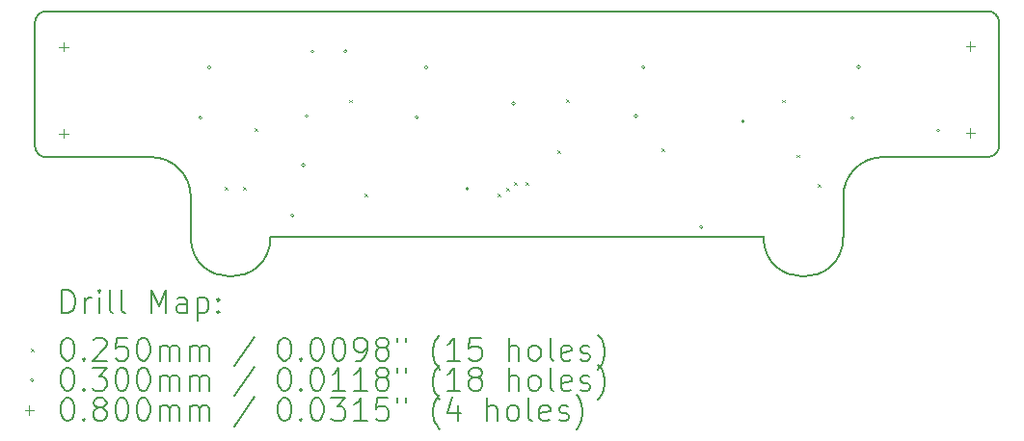
<source format=gbr>
%TF.GenerationSoftware,KiCad,Pcbnew,7.0.1*%
%TF.CreationDate,2023-11-28T21:46:45+01:00*%
%TF.ProjectId,Qtr-8-SN,5174722d-382d-4534-9e2e-6b696361645f,rev?*%
%TF.SameCoordinates,Original*%
%TF.FileFunction,Drillmap*%
%TF.FilePolarity,Positive*%
%FSLAX45Y45*%
G04 Gerber Fmt 4.5, Leading zero omitted, Abs format (unit mm)*
G04 Created by KiCad (PCBNEW 7.0.1) date 2023-11-28 21:46:45*
%MOMM*%
%LPD*%
G01*
G04 APERTURE LIST*
%ADD10C,0.150000*%
%ADD11C,0.200000*%
%ADD12C,0.025000*%
%ADD13C,0.030000*%
%ADD14C,0.080000*%
G04 APERTURE END LIST*
D10*
X5029200Y-12798120D02*
X5029260Y-13280560D01*
X5129200Y-12698120D02*
G75*
G03*
X5029200Y-12798120I0J-100000D01*
G01*
X5129200Y-12698120D02*
X13396760Y-12697120D01*
X12711360Y-13979560D02*
X13396760Y-13979560D01*
X5029260Y-13880560D02*
G75*
G03*
X5129260Y-13980560I100000J0D01*
G01*
X13496760Y-13279560D02*
X13496760Y-13879560D01*
X12477610Y-13979560D02*
G75*
G03*
X12127610Y-14329560I0J-350000D01*
G01*
X6048410Y-13979560D02*
X5814660Y-13979560D01*
X13396760Y-13979560D02*
G75*
G03*
X13496760Y-13879560I0J100000D01*
G01*
X6398410Y-14679560D02*
X6398410Y-14329560D01*
X12711360Y-13979560D02*
X12477610Y-13979560D01*
X6398410Y-14329560D02*
G75*
G03*
X6048410Y-13979560I-350000J0D01*
G01*
X13496760Y-12797120D02*
X13496760Y-13279560D01*
X6398410Y-14679560D02*
G75*
G03*
X7098410Y-14679560I350000J0D01*
G01*
X11427610Y-14679560D02*
X7098410Y-14679560D01*
X5029260Y-13280560D02*
X5029260Y-13880560D01*
X12127610Y-14679560D02*
X12127610Y-14329560D01*
X13496760Y-12797120D02*
G75*
G03*
X13396760Y-12697120I-100000J0D01*
G01*
X5814660Y-13979560D02*
X5129260Y-13980560D01*
X11427610Y-14679560D02*
G75*
G03*
X12127610Y-14679560I350000J0D01*
G01*
D11*
D12*
X6693100Y-14241980D02*
X6718100Y-14266980D01*
X6718100Y-14241980D02*
X6693100Y-14266980D01*
X6860740Y-14241980D02*
X6885740Y-14266980D01*
X6885740Y-14241980D02*
X6860740Y-14266980D01*
X6962340Y-13723820D02*
X6987340Y-13748820D01*
X6987340Y-13723820D02*
X6962340Y-13748820D01*
X7785300Y-13474900D02*
X7810300Y-13499900D01*
X7810300Y-13474900D02*
X7785300Y-13499900D01*
X7927540Y-14304430D02*
X7952540Y-14329430D01*
X7952540Y-14304430D02*
X7927540Y-14329430D01*
X9095940Y-14297860D02*
X9120940Y-14322860D01*
X9120940Y-14297860D02*
X9095940Y-14322860D01*
X9172140Y-14252140D02*
X9197140Y-14277140D01*
X9197140Y-14252140D02*
X9172140Y-14277140D01*
X9238180Y-14196260D02*
X9263180Y-14221260D01*
X9263180Y-14196260D02*
X9238180Y-14221260D01*
X9339780Y-14201340D02*
X9364780Y-14226340D01*
X9364780Y-14201340D02*
X9339780Y-14226340D01*
X9614100Y-13916860D02*
X9639100Y-13941860D01*
X9639100Y-13916860D02*
X9614100Y-13941860D01*
X9695380Y-13469820D02*
X9720380Y-13494820D01*
X9720380Y-13469820D02*
X9695380Y-13494820D01*
X10528500Y-13901620D02*
X10553500Y-13926620D01*
X10553500Y-13901620D02*
X10528500Y-13926620D01*
X11590220Y-13474900D02*
X11615220Y-13499900D01*
X11615220Y-13474900D02*
X11590220Y-13499900D01*
X11717220Y-13957500D02*
X11742220Y-13982500D01*
X11742220Y-13957500D02*
X11717220Y-13982500D01*
X11905180Y-14216580D02*
X11930180Y-14241580D01*
X11930180Y-14216580D02*
X11905180Y-14241580D01*
D13*
X6497080Y-13634720D02*
G75*
G03*
X6497080Y-13634720I-15000J0D01*
G01*
X6575480Y-13190560D02*
G75*
G03*
X6575480Y-13190560I-15000J0D01*
G01*
X7304800Y-14493240D02*
G75*
G03*
X7304800Y-14493240I-15000J0D01*
G01*
X7401320Y-14051280D02*
G75*
G03*
X7401320Y-14051280I-15000J0D01*
G01*
X7431800Y-13619480D02*
G75*
G03*
X7431800Y-13619480I-15000J0D01*
G01*
X7482600Y-13050520D02*
G75*
G03*
X7482600Y-13050520I-15000J0D01*
G01*
X7772160Y-13050520D02*
G75*
G03*
X7772160Y-13050520I-15000J0D01*
G01*
X8397000Y-13629640D02*
G75*
G03*
X8397000Y-13629640I-15000J0D01*
G01*
X8480480Y-13190560D02*
G75*
G03*
X8480480Y-13190560I-15000J0D01*
G01*
X8840560Y-14259560D02*
G75*
G03*
X8840560Y-14259560I-15000J0D01*
G01*
X9247960Y-13507720D02*
G75*
G03*
X9247960Y-13507720I-15000J0D01*
G01*
X10322320Y-13619480D02*
G75*
G03*
X10322320Y-13619480I-15000J0D01*
G01*
X10386580Y-13189460D02*
G75*
G03*
X10386580Y-13189460I-15000J0D01*
G01*
X10896360Y-14594840D02*
G75*
G03*
X10896360Y-14594840I-15000J0D01*
G01*
X11262120Y-13665200D02*
G75*
G03*
X11262120Y-13665200I-15000J0D01*
G01*
X12222240Y-13634720D02*
G75*
G03*
X12222240Y-13634720I-15000J0D01*
G01*
X12278120Y-13187680D02*
G75*
G03*
X12278120Y-13187680I-15000J0D01*
G01*
X12976680Y-13746480D02*
G75*
G03*
X12976680Y-13746480I-15000J0D01*
G01*
D14*
X5283200Y-12969880D02*
X5283200Y-13049880D01*
X5243200Y-13009880D02*
X5323200Y-13009880D01*
X5283200Y-13731880D02*
X5283200Y-13811880D01*
X5243200Y-13771880D02*
X5323200Y-13771880D01*
X13243560Y-12964800D02*
X13243560Y-13044800D01*
X13203560Y-13004800D02*
X13283560Y-13004800D01*
X13243560Y-13726800D02*
X13243560Y-13806800D01*
X13203560Y-13766800D02*
X13283560Y-13766800D01*
D11*
X5269319Y-15349584D02*
X5269319Y-15149584D01*
X5269319Y-15149584D02*
X5316938Y-15149584D01*
X5316938Y-15149584D02*
X5345510Y-15159108D01*
X5345510Y-15159108D02*
X5364557Y-15178155D01*
X5364557Y-15178155D02*
X5374081Y-15197203D01*
X5374081Y-15197203D02*
X5383605Y-15235298D01*
X5383605Y-15235298D02*
X5383605Y-15263869D01*
X5383605Y-15263869D02*
X5374081Y-15301965D01*
X5374081Y-15301965D02*
X5364557Y-15321012D01*
X5364557Y-15321012D02*
X5345510Y-15340060D01*
X5345510Y-15340060D02*
X5316938Y-15349584D01*
X5316938Y-15349584D02*
X5269319Y-15349584D01*
X5469319Y-15349584D02*
X5469319Y-15216250D01*
X5469319Y-15254346D02*
X5478843Y-15235298D01*
X5478843Y-15235298D02*
X5488367Y-15225774D01*
X5488367Y-15225774D02*
X5507414Y-15216250D01*
X5507414Y-15216250D02*
X5526462Y-15216250D01*
X5593128Y-15349584D02*
X5593128Y-15216250D01*
X5593128Y-15149584D02*
X5583605Y-15159108D01*
X5583605Y-15159108D02*
X5593128Y-15168631D01*
X5593128Y-15168631D02*
X5602652Y-15159108D01*
X5602652Y-15159108D02*
X5593128Y-15149584D01*
X5593128Y-15149584D02*
X5593128Y-15168631D01*
X5716938Y-15349584D02*
X5697890Y-15340060D01*
X5697890Y-15340060D02*
X5688367Y-15321012D01*
X5688367Y-15321012D02*
X5688367Y-15149584D01*
X5821700Y-15349584D02*
X5802652Y-15340060D01*
X5802652Y-15340060D02*
X5793128Y-15321012D01*
X5793128Y-15321012D02*
X5793128Y-15149584D01*
X6050271Y-15349584D02*
X6050271Y-15149584D01*
X6050271Y-15149584D02*
X6116938Y-15292441D01*
X6116938Y-15292441D02*
X6183605Y-15149584D01*
X6183605Y-15149584D02*
X6183605Y-15349584D01*
X6364557Y-15349584D02*
X6364557Y-15244822D01*
X6364557Y-15244822D02*
X6355033Y-15225774D01*
X6355033Y-15225774D02*
X6335986Y-15216250D01*
X6335986Y-15216250D02*
X6297890Y-15216250D01*
X6297890Y-15216250D02*
X6278843Y-15225774D01*
X6364557Y-15340060D02*
X6345509Y-15349584D01*
X6345509Y-15349584D02*
X6297890Y-15349584D01*
X6297890Y-15349584D02*
X6278843Y-15340060D01*
X6278843Y-15340060D02*
X6269319Y-15321012D01*
X6269319Y-15321012D02*
X6269319Y-15301965D01*
X6269319Y-15301965D02*
X6278843Y-15282917D01*
X6278843Y-15282917D02*
X6297890Y-15273393D01*
X6297890Y-15273393D02*
X6345509Y-15273393D01*
X6345509Y-15273393D02*
X6364557Y-15263869D01*
X6459795Y-15216250D02*
X6459795Y-15416250D01*
X6459795Y-15225774D02*
X6478843Y-15216250D01*
X6478843Y-15216250D02*
X6516938Y-15216250D01*
X6516938Y-15216250D02*
X6535986Y-15225774D01*
X6535986Y-15225774D02*
X6545509Y-15235298D01*
X6545509Y-15235298D02*
X6555033Y-15254346D01*
X6555033Y-15254346D02*
X6555033Y-15311488D01*
X6555033Y-15311488D02*
X6545509Y-15330536D01*
X6545509Y-15330536D02*
X6535986Y-15340060D01*
X6535986Y-15340060D02*
X6516938Y-15349584D01*
X6516938Y-15349584D02*
X6478843Y-15349584D01*
X6478843Y-15349584D02*
X6459795Y-15340060D01*
X6640748Y-15330536D02*
X6650271Y-15340060D01*
X6650271Y-15340060D02*
X6640748Y-15349584D01*
X6640748Y-15349584D02*
X6631224Y-15340060D01*
X6631224Y-15340060D02*
X6640748Y-15330536D01*
X6640748Y-15330536D02*
X6640748Y-15349584D01*
X6640748Y-15225774D02*
X6650271Y-15235298D01*
X6650271Y-15235298D02*
X6640748Y-15244822D01*
X6640748Y-15244822D02*
X6631224Y-15235298D01*
X6631224Y-15235298D02*
X6640748Y-15225774D01*
X6640748Y-15225774D02*
X6640748Y-15244822D01*
D12*
X4996700Y-15664560D02*
X5021700Y-15689560D01*
X5021700Y-15664560D02*
X4996700Y-15689560D01*
D11*
X5307414Y-15569584D02*
X5326462Y-15569584D01*
X5326462Y-15569584D02*
X5345510Y-15579108D01*
X5345510Y-15579108D02*
X5355033Y-15588631D01*
X5355033Y-15588631D02*
X5364557Y-15607679D01*
X5364557Y-15607679D02*
X5374081Y-15645774D01*
X5374081Y-15645774D02*
X5374081Y-15693393D01*
X5374081Y-15693393D02*
X5364557Y-15731488D01*
X5364557Y-15731488D02*
X5355033Y-15750536D01*
X5355033Y-15750536D02*
X5345510Y-15760060D01*
X5345510Y-15760060D02*
X5326462Y-15769584D01*
X5326462Y-15769584D02*
X5307414Y-15769584D01*
X5307414Y-15769584D02*
X5288367Y-15760060D01*
X5288367Y-15760060D02*
X5278843Y-15750536D01*
X5278843Y-15750536D02*
X5269319Y-15731488D01*
X5269319Y-15731488D02*
X5259795Y-15693393D01*
X5259795Y-15693393D02*
X5259795Y-15645774D01*
X5259795Y-15645774D02*
X5269319Y-15607679D01*
X5269319Y-15607679D02*
X5278843Y-15588631D01*
X5278843Y-15588631D02*
X5288367Y-15579108D01*
X5288367Y-15579108D02*
X5307414Y-15569584D01*
X5459795Y-15750536D02*
X5469319Y-15760060D01*
X5469319Y-15760060D02*
X5459795Y-15769584D01*
X5459795Y-15769584D02*
X5450271Y-15760060D01*
X5450271Y-15760060D02*
X5459795Y-15750536D01*
X5459795Y-15750536D02*
X5459795Y-15769584D01*
X5545510Y-15588631D02*
X5555033Y-15579108D01*
X5555033Y-15579108D02*
X5574081Y-15569584D01*
X5574081Y-15569584D02*
X5621700Y-15569584D01*
X5621700Y-15569584D02*
X5640748Y-15579108D01*
X5640748Y-15579108D02*
X5650271Y-15588631D01*
X5650271Y-15588631D02*
X5659795Y-15607679D01*
X5659795Y-15607679D02*
X5659795Y-15626727D01*
X5659795Y-15626727D02*
X5650271Y-15655298D01*
X5650271Y-15655298D02*
X5535986Y-15769584D01*
X5535986Y-15769584D02*
X5659795Y-15769584D01*
X5840748Y-15569584D02*
X5745509Y-15569584D01*
X5745509Y-15569584D02*
X5735986Y-15664822D01*
X5735986Y-15664822D02*
X5745509Y-15655298D01*
X5745509Y-15655298D02*
X5764557Y-15645774D01*
X5764557Y-15645774D02*
X5812176Y-15645774D01*
X5812176Y-15645774D02*
X5831224Y-15655298D01*
X5831224Y-15655298D02*
X5840748Y-15664822D01*
X5840748Y-15664822D02*
X5850271Y-15683869D01*
X5850271Y-15683869D02*
X5850271Y-15731488D01*
X5850271Y-15731488D02*
X5840748Y-15750536D01*
X5840748Y-15750536D02*
X5831224Y-15760060D01*
X5831224Y-15760060D02*
X5812176Y-15769584D01*
X5812176Y-15769584D02*
X5764557Y-15769584D01*
X5764557Y-15769584D02*
X5745509Y-15760060D01*
X5745509Y-15760060D02*
X5735986Y-15750536D01*
X5974081Y-15569584D02*
X5993129Y-15569584D01*
X5993129Y-15569584D02*
X6012176Y-15579108D01*
X6012176Y-15579108D02*
X6021700Y-15588631D01*
X6021700Y-15588631D02*
X6031224Y-15607679D01*
X6031224Y-15607679D02*
X6040748Y-15645774D01*
X6040748Y-15645774D02*
X6040748Y-15693393D01*
X6040748Y-15693393D02*
X6031224Y-15731488D01*
X6031224Y-15731488D02*
X6021700Y-15750536D01*
X6021700Y-15750536D02*
X6012176Y-15760060D01*
X6012176Y-15760060D02*
X5993129Y-15769584D01*
X5993129Y-15769584D02*
X5974081Y-15769584D01*
X5974081Y-15769584D02*
X5955033Y-15760060D01*
X5955033Y-15760060D02*
X5945509Y-15750536D01*
X5945509Y-15750536D02*
X5935986Y-15731488D01*
X5935986Y-15731488D02*
X5926462Y-15693393D01*
X5926462Y-15693393D02*
X5926462Y-15645774D01*
X5926462Y-15645774D02*
X5935986Y-15607679D01*
X5935986Y-15607679D02*
X5945509Y-15588631D01*
X5945509Y-15588631D02*
X5955033Y-15579108D01*
X5955033Y-15579108D02*
X5974081Y-15569584D01*
X6126462Y-15769584D02*
X6126462Y-15636250D01*
X6126462Y-15655298D02*
X6135986Y-15645774D01*
X6135986Y-15645774D02*
X6155033Y-15636250D01*
X6155033Y-15636250D02*
X6183605Y-15636250D01*
X6183605Y-15636250D02*
X6202652Y-15645774D01*
X6202652Y-15645774D02*
X6212176Y-15664822D01*
X6212176Y-15664822D02*
X6212176Y-15769584D01*
X6212176Y-15664822D02*
X6221700Y-15645774D01*
X6221700Y-15645774D02*
X6240748Y-15636250D01*
X6240748Y-15636250D02*
X6269319Y-15636250D01*
X6269319Y-15636250D02*
X6288367Y-15645774D01*
X6288367Y-15645774D02*
X6297890Y-15664822D01*
X6297890Y-15664822D02*
X6297890Y-15769584D01*
X6393129Y-15769584D02*
X6393129Y-15636250D01*
X6393129Y-15655298D02*
X6402652Y-15645774D01*
X6402652Y-15645774D02*
X6421700Y-15636250D01*
X6421700Y-15636250D02*
X6450271Y-15636250D01*
X6450271Y-15636250D02*
X6469319Y-15645774D01*
X6469319Y-15645774D02*
X6478843Y-15664822D01*
X6478843Y-15664822D02*
X6478843Y-15769584D01*
X6478843Y-15664822D02*
X6488367Y-15645774D01*
X6488367Y-15645774D02*
X6507414Y-15636250D01*
X6507414Y-15636250D02*
X6535986Y-15636250D01*
X6535986Y-15636250D02*
X6555033Y-15645774D01*
X6555033Y-15645774D02*
X6564557Y-15664822D01*
X6564557Y-15664822D02*
X6564557Y-15769584D01*
X6955033Y-15560060D02*
X6783605Y-15817203D01*
X7212176Y-15569584D02*
X7231224Y-15569584D01*
X7231224Y-15569584D02*
X7250272Y-15579108D01*
X7250272Y-15579108D02*
X7259795Y-15588631D01*
X7259795Y-15588631D02*
X7269319Y-15607679D01*
X7269319Y-15607679D02*
X7278843Y-15645774D01*
X7278843Y-15645774D02*
X7278843Y-15693393D01*
X7278843Y-15693393D02*
X7269319Y-15731488D01*
X7269319Y-15731488D02*
X7259795Y-15750536D01*
X7259795Y-15750536D02*
X7250272Y-15760060D01*
X7250272Y-15760060D02*
X7231224Y-15769584D01*
X7231224Y-15769584D02*
X7212176Y-15769584D01*
X7212176Y-15769584D02*
X7193129Y-15760060D01*
X7193129Y-15760060D02*
X7183605Y-15750536D01*
X7183605Y-15750536D02*
X7174081Y-15731488D01*
X7174081Y-15731488D02*
X7164557Y-15693393D01*
X7164557Y-15693393D02*
X7164557Y-15645774D01*
X7164557Y-15645774D02*
X7174081Y-15607679D01*
X7174081Y-15607679D02*
X7183605Y-15588631D01*
X7183605Y-15588631D02*
X7193129Y-15579108D01*
X7193129Y-15579108D02*
X7212176Y-15569584D01*
X7364557Y-15750536D02*
X7374081Y-15760060D01*
X7374081Y-15760060D02*
X7364557Y-15769584D01*
X7364557Y-15769584D02*
X7355033Y-15760060D01*
X7355033Y-15760060D02*
X7364557Y-15750536D01*
X7364557Y-15750536D02*
X7364557Y-15769584D01*
X7497891Y-15569584D02*
X7516938Y-15569584D01*
X7516938Y-15569584D02*
X7535986Y-15579108D01*
X7535986Y-15579108D02*
X7545510Y-15588631D01*
X7545510Y-15588631D02*
X7555033Y-15607679D01*
X7555033Y-15607679D02*
X7564557Y-15645774D01*
X7564557Y-15645774D02*
X7564557Y-15693393D01*
X7564557Y-15693393D02*
X7555033Y-15731488D01*
X7555033Y-15731488D02*
X7545510Y-15750536D01*
X7545510Y-15750536D02*
X7535986Y-15760060D01*
X7535986Y-15760060D02*
X7516938Y-15769584D01*
X7516938Y-15769584D02*
X7497891Y-15769584D01*
X7497891Y-15769584D02*
X7478843Y-15760060D01*
X7478843Y-15760060D02*
X7469319Y-15750536D01*
X7469319Y-15750536D02*
X7459795Y-15731488D01*
X7459795Y-15731488D02*
X7450272Y-15693393D01*
X7450272Y-15693393D02*
X7450272Y-15645774D01*
X7450272Y-15645774D02*
X7459795Y-15607679D01*
X7459795Y-15607679D02*
X7469319Y-15588631D01*
X7469319Y-15588631D02*
X7478843Y-15579108D01*
X7478843Y-15579108D02*
X7497891Y-15569584D01*
X7688367Y-15569584D02*
X7707414Y-15569584D01*
X7707414Y-15569584D02*
X7726462Y-15579108D01*
X7726462Y-15579108D02*
X7735986Y-15588631D01*
X7735986Y-15588631D02*
X7745510Y-15607679D01*
X7745510Y-15607679D02*
X7755033Y-15645774D01*
X7755033Y-15645774D02*
X7755033Y-15693393D01*
X7755033Y-15693393D02*
X7745510Y-15731488D01*
X7745510Y-15731488D02*
X7735986Y-15750536D01*
X7735986Y-15750536D02*
X7726462Y-15760060D01*
X7726462Y-15760060D02*
X7707414Y-15769584D01*
X7707414Y-15769584D02*
X7688367Y-15769584D01*
X7688367Y-15769584D02*
X7669319Y-15760060D01*
X7669319Y-15760060D02*
X7659795Y-15750536D01*
X7659795Y-15750536D02*
X7650272Y-15731488D01*
X7650272Y-15731488D02*
X7640748Y-15693393D01*
X7640748Y-15693393D02*
X7640748Y-15645774D01*
X7640748Y-15645774D02*
X7650272Y-15607679D01*
X7650272Y-15607679D02*
X7659795Y-15588631D01*
X7659795Y-15588631D02*
X7669319Y-15579108D01*
X7669319Y-15579108D02*
X7688367Y-15569584D01*
X7850272Y-15769584D02*
X7888367Y-15769584D01*
X7888367Y-15769584D02*
X7907414Y-15760060D01*
X7907414Y-15760060D02*
X7916938Y-15750536D01*
X7916938Y-15750536D02*
X7935986Y-15721965D01*
X7935986Y-15721965D02*
X7945510Y-15683869D01*
X7945510Y-15683869D02*
X7945510Y-15607679D01*
X7945510Y-15607679D02*
X7935986Y-15588631D01*
X7935986Y-15588631D02*
X7926462Y-15579108D01*
X7926462Y-15579108D02*
X7907414Y-15569584D01*
X7907414Y-15569584D02*
X7869319Y-15569584D01*
X7869319Y-15569584D02*
X7850272Y-15579108D01*
X7850272Y-15579108D02*
X7840748Y-15588631D01*
X7840748Y-15588631D02*
X7831224Y-15607679D01*
X7831224Y-15607679D02*
X7831224Y-15655298D01*
X7831224Y-15655298D02*
X7840748Y-15674346D01*
X7840748Y-15674346D02*
X7850272Y-15683869D01*
X7850272Y-15683869D02*
X7869319Y-15693393D01*
X7869319Y-15693393D02*
X7907414Y-15693393D01*
X7907414Y-15693393D02*
X7926462Y-15683869D01*
X7926462Y-15683869D02*
X7935986Y-15674346D01*
X7935986Y-15674346D02*
X7945510Y-15655298D01*
X8059795Y-15655298D02*
X8040748Y-15645774D01*
X8040748Y-15645774D02*
X8031224Y-15636250D01*
X8031224Y-15636250D02*
X8021700Y-15617203D01*
X8021700Y-15617203D02*
X8021700Y-15607679D01*
X8021700Y-15607679D02*
X8031224Y-15588631D01*
X8031224Y-15588631D02*
X8040748Y-15579108D01*
X8040748Y-15579108D02*
X8059795Y-15569584D01*
X8059795Y-15569584D02*
X8097891Y-15569584D01*
X8097891Y-15569584D02*
X8116938Y-15579108D01*
X8116938Y-15579108D02*
X8126462Y-15588631D01*
X8126462Y-15588631D02*
X8135986Y-15607679D01*
X8135986Y-15607679D02*
X8135986Y-15617203D01*
X8135986Y-15617203D02*
X8126462Y-15636250D01*
X8126462Y-15636250D02*
X8116938Y-15645774D01*
X8116938Y-15645774D02*
X8097891Y-15655298D01*
X8097891Y-15655298D02*
X8059795Y-15655298D01*
X8059795Y-15655298D02*
X8040748Y-15664822D01*
X8040748Y-15664822D02*
X8031224Y-15674346D01*
X8031224Y-15674346D02*
X8021700Y-15693393D01*
X8021700Y-15693393D02*
X8021700Y-15731488D01*
X8021700Y-15731488D02*
X8031224Y-15750536D01*
X8031224Y-15750536D02*
X8040748Y-15760060D01*
X8040748Y-15760060D02*
X8059795Y-15769584D01*
X8059795Y-15769584D02*
X8097891Y-15769584D01*
X8097891Y-15769584D02*
X8116938Y-15760060D01*
X8116938Y-15760060D02*
X8126462Y-15750536D01*
X8126462Y-15750536D02*
X8135986Y-15731488D01*
X8135986Y-15731488D02*
X8135986Y-15693393D01*
X8135986Y-15693393D02*
X8126462Y-15674346D01*
X8126462Y-15674346D02*
X8116938Y-15664822D01*
X8116938Y-15664822D02*
X8097891Y-15655298D01*
X8212176Y-15569584D02*
X8212176Y-15607679D01*
X8288367Y-15569584D02*
X8288367Y-15607679D01*
X8583605Y-15845774D02*
X8574081Y-15836250D01*
X8574081Y-15836250D02*
X8555034Y-15807679D01*
X8555034Y-15807679D02*
X8545510Y-15788631D01*
X8545510Y-15788631D02*
X8535986Y-15760060D01*
X8535986Y-15760060D02*
X8526462Y-15712441D01*
X8526462Y-15712441D02*
X8526462Y-15674346D01*
X8526462Y-15674346D02*
X8535986Y-15626727D01*
X8535986Y-15626727D02*
X8545510Y-15598155D01*
X8545510Y-15598155D02*
X8555034Y-15579108D01*
X8555034Y-15579108D02*
X8574081Y-15550536D01*
X8574081Y-15550536D02*
X8583605Y-15541012D01*
X8764557Y-15769584D02*
X8650272Y-15769584D01*
X8707415Y-15769584D02*
X8707415Y-15569584D01*
X8707415Y-15569584D02*
X8688367Y-15598155D01*
X8688367Y-15598155D02*
X8669319Y-15617203D01*
X8669319Y-15617203D02*
X8650272Y-15626727D01*
X8945510Y-15569584D02*
X8850272Y-15569584D01*
X8850272Y-15569584D02*
X8840748Y-15664822D01*
X8840748Y-15664822D02*
X8850272Y-15655298D01*
X8850272Y-15655298D02*
X8869319Y-15645774D01*
X8869319Y-15645774D02*
X8916938Y-15645774D01*
X8916938Y-15645774D02*
X8935986Y-15655298D01*
X8935986Y-15655298D02*
X8945510Y-15664822D01*
X8945510Y-15664822D02*
X8955034Y-15683869D01*
X8955034Y-15683869D02*
X8955034Y-15731488D01*
X8955034Y-15731488D02*
X8945510Y-15750536D01*
X8945510Y-15750536D02*
X8935986Y-15760060D01*
X8935986Y-15760060D02*
X8916938Y-15769584D01*
X8916938Y-15769584D02*
X8869319Y-15769584D01*
X8869319Y-15769584D02*
X8850272Y-15760060D01*
X8850272Y-15760060D02*
X8840748Y-15750536D01*
X9193129Y-15769584D02*
X9193129Y-15569584D01*
X9278843Y-15769584D02*
X9278843Y-15664822D01*
X9278843Y-15664822D02*
X9269319Y-15645774D01*
X9269319Y-15645774D02*
X9250272Y-15636250D01*
X9250272Y-15636250D02*
X9221700Y-15636250D01*
X9221700Y-15636250D02*
X9202653Y-15645774D01*
X9202653Y-15645774D02*
X9193129Y-15655298D01*
X9402653Y-15769584D02*
X9383605Y-15760060D01*
X9383605Y-15760060D02*
X9374081Y-15750536D01*
X9374081Y-15750536D02*
X9364558Y-15731488D01*
X9364558Y-15731488D02*
X9364558Y-15674346D01*
X9364558Y-15674346D02*
X9374081Y-15655298D01*
X9374081Y-15655298D02*
X9383605Y-15645774D01*
X9383605Y-15645774D02*
X9402653Y-15636250D01*
X9402653Y-15636250D02*
X9431224Y-15636250D01*
X9431224Y-15636250D02*
X9450272Y-15645774D01*
X9450272Y-15645774D02*
X9459796Y-15655298D01*
X9459796Y-15655298D02*
X9469319Y-15674346D01*
X9469319Y-15674346D02*
X9469319Y-15731488D01*
X9469319Y-15731488D02*
X9459796Y-15750536D01*
X9459796Y-15750536D02*
X9450272Y-15760060D01*
X9450272Y-15760060D02*
X9431224Y-15769584D01*
X9431224Y-15769584D02*
X9402653Y-15769584D01*
X9583605Y-15769584D02*
X9564558Y-15760060D01*
X9564558Y-15760060D02*
X9555034Y-15741012D01*
X9555034Y-15741012D02*
X9555034Y-15569584D01*
X9735986Y-15760060D02*
X9716939Y-15769584D01*
X9716939Y-15769584D02*
X9678843Y-15769584D01*
X9678843Y-15769584D02*
X9659796Y-15760060D01*
X9659796Y-15760060D02*
X9650272Y-15741012D01*
X9650272Y-15741012D02*
X9650272Y-15664822D01*
X9650272Y-15664822D02*
X9659796Y-15645774D01*
X9659796Y-15645774D02*
X9678843Y-15636250D01*
X9678843Y-15636250D02*
X9716939Y-15636250D01*
X9716939Y-15636250D02*
X9735986Y-15645774D01*
X9735986Y-15645774D02*
X9745510Y-15664822D01*
X9745510Y-15664822D02*
X9745510Y-15683869D01*
X9745510Y-15683869D02*
X9650272Y-15702917D01*
X9821700Y-15760060D02*
X9840748Y-15769584D01*
X9840748Y-15769584D02*
X9878843Y-15769584D01*
X9878843Y-15769584D02*
X9897891Y-15760060D01*
X9897891Y-15760060D02*
X9907415Y-15741012D01*
X9907415Y-15741012D02*
X9907415Y-15731488D01*
X9907415Y-15731488D02*
X9897891Y-15712441D01*
X9897891Y-15712441D02*
X9878843Y-15702917D01*
X9878843Y-15702917D02*
X9850272Y-15702917D01*
X9850272Y-15702917D02*
X9831224Y-15693393D01*
X9831224Y-15693393D02*
X9821700Y-15674346D01*
X9821700Y-15674346D02*
X9821700Y-15664822D01*
X9821700Y-15664822D02*
X9831224Y-15645774D01*
X9831224Y-15645774D02*
X9850272Y-15636250D01*
X9850272Y-15636250D02*
X9878843Y-15636250D01*
X9878843Y-15636250D02*
X9897891Y-15645774D01*
X9974081Y-15845774D02*
X9983605Y-15836250D01*
X9983605Y-15836250D02*
X10002653Y-15807679D01*
X10002653Y-15807679D02*
X10012177Y-15788631D01*
X10012177Y-15788631D02*
X10021700Y-15760060D01*
X10021700Y-15760060D02*
X10031224Y-15712441D01*
X10031224Y-15712441D02*
X10031224Y-15674346D01*
X10031224Y-15674346D02*
X10021700Y-15626727D01*
X10021700Y-15626727D02*
X10012177Y-15598155D01*
X10012177Y-15598155D02*
X10002653Y-15579108D01*
X10002653Y-15579108D02*
X9983605Y-15550536D01*
X9983605Y-15550536D02*
X9974081Y-15541012D01*
D13*
X5021700Y-15941060D02*
G75*
G03*
X5021700Y-15941060I-15000J0D01*
G01*
D11*
X5307414Y-15833584D02*
X5326462Y-15833584D01*
X5326462Y-15833584D02*
X5345510Y-15843108D01*
X5345510Y-15843108D02*
X5355033Y-15852631D01*
X5355033Y-15852631D02*
X5364557Y-15871679D01*
X5364557Y-15871679D02*
X5374081Y-15909774D01*
X5374081Y-15909774D02*
X5374081Y-15957393D01*
X5374081Y-15957393D02*
X5364557Y-15995488D01*
X5364557Y-15995488D02*
X5355033Y-16014536D01*
X5355033Y-16014536D02*
X5345510Y-16024060D01*
X5345510Y-16024060D02*
X5326462Y-16033584D01*
X5326462Y-16033584D02*
X5307414Y-16033584D01*
X5307414Y-16033584D02*
X5288367Y-16024060D01*
X5288367Y-16024060D02*
X5278843Y-16014536D01*
X5278843Y-16014536D02*
X5269319Y-15995488D01*
X5269319Y-15995488D02*
X5259795Y-15957393D01*
X5259795Y-15957393D02*
X5259795Y-15909774D01*
X5259795Y-15909774D02*
X5269319Y-15871679D01*
X5269319Y-15871679D02*
X5278843Y-15852631D01*
X5278843Y-15852631D02*
X5288367Y-15843108D01*
X5288367Y-15843108D02*
X5307414Y-15833584D01*
X5459795Y-16014536D02*
X5469319Y-16024060D01*
X5469319Y-16024060D02*
X5459795Y-16033584D01*
X5459795Y-16033584D02*
X5450271Y-16024060D01*
X5450271Y-16024060D02*
X5459795Y-16014536D01*
X5459795Y-16014536D02*
X5459795Y-16033584D01*
X5535986Y-15833584D02*
X5659795Y-15833584D01*
X5659795Y-15833584D02*
X5593128Y-15909774D01*
X5593128Y-15909774D02*
X5621700Y-15909774D01*
X5621700Y-15909774D02*
X5640748Y-15919298D01*
X5640748Y-15919298D02*
X5650271Y-15928822D01*
X5650271Y-15928822D02*
X5659795Y-15947869D01*
X5659795Y-15947869D02*
X5659795Y-15995488D01*
X5659795Y-15995488D02*
X5650271Y-16014536D01*
X5650271Y-16014536D02*
X5640748Y-16024060D01*
X5640748Y-16024060D02*
X5621700Y-16033584D01*
X5621700Y-16033584D02*
X5564557Y-16033584D01*
X5564557Y-16033584D02*
X5545510Y-16024060D01*
X5545510Y-16024060D02*
X5535986Y-16014536D01*
X5783605Y-15833584D02*
X5802652Y-15833584D01*
X5802652Y-15833584D02*
X5821700Y-15843108D01*
X5821700Y-15843108D02*
X5831224Y-15852631D01*
X5831224Y-15852631D02*
X5840748Y-15871679D01*
X5840748Y-15871679D02*
X5850271Y-15909774D01*
X5850271Y-15909774D02*
X5850271Y-15957393D01*
X5850271Y-15957393D02*
X5840748Y-15995488D01*
X5840748Y-15995488D02*
X5831224Y-16014536D01*
X5831224Y-16014536D02*
X5821700Y-16024060D01*
X5821700Y-16024060D02*
X5802652Y-16033584D01*
X5802652Y-16033584D02*
X5783605Y-16033584D01*
X5783605Y-16033584D02*
X5764557Y-16024060D01*
X5764557Y-16024060D02*
X5755033Y-16014536D01*
X5755033Y-16014536D02*
X5745509Y-15995488D01*
X5745509Y-15995488D02*
X5735986Y-15957393D01*
X5735986Y-15957393D02*
X5735986Y-15909774D01*
X5735986Y-15909774D02*
X5745509Y-15871679D01*
X5745509Y-15871679D02*
X5755033Y-15852631D01*
X5755033Y-15852631D02*
X5764557Y-15843108D01*
X5764557Y-15843108D02*
X5783605Y-15833584D01*
X5974081Y-15833584D02*
X5993129Y-15833584D01*
X5993129Y-15833584D02*
X6012176Y-15843108D01*
X6012176Y-15843108D02*
X6021700Y-15852631D01*
X6021700Y-15852631D02*
X6031224Y-15871679D01*
X6031224Y-15871679D02*
X6040748Y-15909774D01*
X6040748Y-15909774D02*
X6040748Y-15957393D01*
X6040748Y-15957393D02*
X6031224Y-15995488D01*
X6031224Y-15995488D02*
X6021700Y-16014536D01*
X6021700Y-16014536D02*
X6012176Y-16024060D01*
X6012176Y-16024060D02*
X5993129Y-16033584D01*
X5993129Y-16033584D02*
X5974081Y-16033584D01*
X5974081Y-16033584D02*
X5955033Y-16024060D01*
X5955033Y-16024060D02*
X5945509Y-16014536D01*
X5945509Y-16014536D02*
X5935986Y-15995488D01*
X5935986Y-15995488D02*
X5926462Y-15957393D01*
X5926462Y-15957393D02*
X5926462Y-15909774D01*
X5926462Y-15909774D02*
X5935986Y-15871679D01*
X5935986Y-15871679D02*
X5945509Y-15852631D01*
X5945509Y-15852631D02*
X5955033Y-15843108D01*
X5955033Y-15843108D02*
X5974081Y-15833584D01*
X6126462Y-16033584D02*
X6126462Y-15900250D01*
X6126462Y-15919298D02*
X6135986Y-15909774D01*
X6135986Y-15909774D02*
X6155033Y-15900250D01*
X6155033Y-15900250D02*
X6183605Y-15900250D01*
X6183605Y-15900250D02*
X6202652Y-15909774D01*
X6202652Y-15909774D02*
X6212176Y-15928822D01*
X6212176Y-15928822D02*
X6212176Y-16033584D01*
X6212176Y-15928822D02*
X6221700Y-15909774D01*
X6221700Y-15909774D02*
X6240748Y-15900250D01*
X6240748Y-15900250D02*
X6269319Y-15900250D01*
X6269319Y-15900250D02*
X6288367Y-15909774D01*
X6288367Y-15909774D02*
X6297890Y-15928822D01*
X6297890Y-15928822D02*
X6297890Y-16033584D01*
X6393129Y-16033584D02*
X6393129Y-15900250D01*
X6393129Y-15919298D02*
X6402652Y-15909774D01*
X6402652Y-15909774D02*
X6421700Y-15900250D01*
X6421700Y-15900250D02*
X6450271Y-15900250D01*
X6450271Y-15900250D02*
X6469319Y-15909774D01*
X6469319Y-15909774D02*
X6478843Y-15928822D01*
X6478843Y-15928822D02*
X6478843Y-16033584D01*
X6478843Y-15928822D02*
X6488367Y-15909774D01*
X6488367Y-15909774D02*
X6507414Y-15900250D01*
X6507414Y-15900250D02*
X6535986Y-15900250D01*
X6535986Y-15900250D02*
X6555033Y-15909774D01*
X6555033Y-15909774D02*
X6564557Y-15928822D01*
X6564557Y-15928822D02*
X6564557Y-16033584D01*
X6955033Y-15824060D02*
X6783605Y-16081203D01*
X7212176Y-15833584D02*
X7231224Y-15833584D01*
X7231224Y-15833584D02*
X7250272Y-15843108D01*
X7250272Y-15843108D02*
X7259795Y-15852631D01*
X7259795Y-15852631D02*
X7269319Y-15871679D01*
X7269319Y-15871679D02*
X7278843Y-15909774D01*
X7278843Y-15909774D02*
X7278843Y-15957393D01*
X7278843Y-15957393D02*
X7269319Y-15995488D01*
X7269319Y-15995488D02*
X7259795Y-16014536D01*
X7259795Y-16014536D02*
X7250272Y-16024060D01*
X7250272Y-16024060D02*
X7231224Y-16033584D01*
X7231224Y-16033584D02*
X7212176Y-16033584D01*
X7212176Y-16033584D02*
X7193129Y-16024060D01*
X7193129Y-16024060D02*
X7183605Y-16014536D01*
X7183605Y-16014536D02*
X7174081Y-15995488D01*
X7174081Y-15995488D02*
X7164557Y-15957393D01*
X7164557Y-15957393D02*
X7164557Y-15909774D01*
X7164557Y-15909774D02*
X7174081Y-15871679D01*
X7174081Y-15871679D02*
X7183605Y-15852631D01*
X7183605Y-15852631D02*
X7193129Y-15843108D01*
X7193129Y-15843108D02*
X7212176Y-15833584D01*
X7364557Y-16014536D02*
X7374081Y-16024060D01*
X7374081Y-16024060D02*
X7364557Y-16033584D01*
X7364557Y-16033584D02*
X7355033Y-16024060D01*
X7355033Y-16024060D02*
X7364557Y-16014536D01*
X7364557Y-16014536D02*
X7364557Y-16033584D01*
X7497891Y-15833584D02*
X7516938Y-15833584D01*
X7516938Y-15833584D02*
X7535986Y-15843108D01*
X7535986Y-15843108D02*
X7545510Y-15852631D01*
X7545510Y-15852631D02*
X7555033Y-15871679D01*
X7555033Y-15871679D02*
X7564557Y-15909774D01*
X7564557Y-15909774D02*
X7564557Y-15957393D01*
X7564557Y-15957393D02*
X7555033Y-15995488D01*
X7555033Y-15995488D02*
X7545510Y-16014536D01*
X7545510Y-16014536D02*
X7535986Y-16024060D01*
X7535986Y-16024060D02*
X7516938Y-16033584D01*
X7516938Y-16033584D02*
X7497891Y-16033584D01*
X7497891Y-16033584D02*
X7478843Y-16024060D01*
X7478843Y-16024060D02*
X7469319Y-16014536D01*
X7469319Y-16014536D02*
X7459795Y-15995488D01*
X7459795Y-15995488D02*
X7450272Y-15957393D01*
X7450272Y-15957393D02*
X7450272Y-15909774D01*
X7450272Y-15909774D02*
X7459795Y-15871679D01*
X7459795Y-15871679D02*
X7469319Y-15852631D01*
X7469319Y-15852631D02*
X7478843Y-15843108D01*
X7478843Y-15843108D02*
X7497891Y-15833584D01*
X7755033Y-16033584D02*
X7640748Y-16033584D01*
X7697891Y-16033584D02*
X7697891Y-15833584D01*
X7697891Y-15833584D02*
X7678843Y-15862155D01*
X7678843Y-15862155D02*
X7659795Y-15881203D01*
X7659795Y-15881203D02*
X7640748Y-15890727D01*
X7945510Y-16033584D02*
X7831224Y-16033584D01*
X7888367Y-16033584D02*
X7888367Y-15833584D01*
X7888367Y-15833584D02*
X7869319Y-15862155D01*
X7869319Y-15862155D02*
X7850272Y-15881203D01*
X7850272Y-15881203D02*
X7831224Y-15890727D01*
X8059795Y-15919298D02*
X8040748Y-15909774D01*
X8040748Y-15909774D02*
X8031224Y-15900250D01*
X8031224Y-15900250D02*
X8021700Y-15881203D01*
X8021700Y-15881203D02*
X8021700Y-15871679D01*
X8021700Y-15871679D02*
X8031224Y-15852631D01*
X8031224Y-15852631D02*
X8040748Y-15843108D01*
X8040748Y-15843108D02*
X8059795Y-15833584D01*
X8059795Y-15833584D02*
X8097891Y-15833584D01*
X8097891Y-15833584D02*
X8116938Y-15843108D01*
X8116938Y-15843108D02*
X8126462Y-15852631D01*
X8126462Y-15852631D02*
X8135986Y-15871679D01*
X8135986Y-15871679D02*
X8135986Y-15881203D01*
X8135986Y-15881203D02*
X8126462Y-15900250D01*
X8126462Y-15900250D02*
X8116938Y-15909774D01*
X8116938Y-15909774D02*
X8097891Y-15919298D01*
X8097891Y-15919298D02*
X8059795Y-15919298D01*
X8059795Y-15919298D02*
X8040748Y-15928822D01*
X8040748Y-15928822D02*
X8031224Y-15938346D01*
X8031224Y-15938346D02*
X8021700Y-15957393D01*
X8021700Y-15957393D02*
X8021700Y-15995488D01*
X8021700Y-15995488D02*
X8031224Y-16014536D01*
X8031224Y-16014536D02*
X8040748Y-16024060D01*
X8040748Y-16024060D02*
X8059795Y-16033584D01*
X8059795Y-16033584D02*
X8097891Y-16033584D01*
X8097891Y-16033584D02*
X8116938Y-16024060D01*
X8116938Y-16024060D02*
X8126462Y-16014536D01*
X8126462Y-16014536D02*
X8135986Y-15995488D01*
X8135986Y-15995488D02*
X8135986Y-15957393D01*
X8135986Y-15957393D02*
X8126462Y-15938346D01*
X8126462Y-15938346D02*
X8116938Y-15928822D01*
X8116938Y-15928822D02*
X8097891Y-15919298D01*
X8212176Y-15833584D02*
X8212176Y-15871679D01*
X8288367Y-15833584D02*
X8288367Y-15871679D01*
X8583605Y-16109774D02*
X8574081Y-16100250D01*
X8574081Y-16100250D02*
X8555034Y-16071679D01*
X8555034Y-16071679D02*
X8545510Y-16052631D01*
X8545510Y-16052631D02*
X8535986Y-16024060D01*
X8535986Y-16024060D02*
X8526462Y-15976441D01*
X8526462Y-15976441D02*
X8526462Y-15938346D01*
X8526462Y-15938346D02*
X8535986Y-15890727D01*
X8535986Y-15890727D02*
X8545510Y-15862155D01*
X8545510Y-15862155D02*
X8555034Y-15843108D01*
X8555034Y-15843108D02*
X8574081Y-15814536D01*
X8574081Y-15814536D02*
X8583605Y-15805012D01*
X8764557Y-16033584D02*
X8650272Y-16033584D01*
X8707415Y-16033584D02*
X8707415Y-15833584D01*
X8707415Y-15833584D02*
X8688367Y-15862155D01*
X8688367Y-15862155D02*
X8669319Y-15881203D01*
X8669319Y-15881203D02*
X8650272Y-15890727D01*
X8878843Y-15919298D02*
X8859796Y-15909774D01*
X8859796Y-15909774D02*
X8850272Y-15900250D01*
X8850272Y-15900250D02*
X8840748Y-15881203D01*
X8840748Y-15881203D02*
X8840748Y-15871679D01*
X8840748Y-15871679D02*
X8850272Y-15852631D01*
X8850272Y-15852631D02*
X8859796Y-15843108D01*
X8859796Y-15843108D02*
X8878843Y-15833584D01*
X8878843Y-15833584D02*
X8916938Y-15833584D01*
X8916938Y-15833584D02*
X8935986Y-15843108D01*
X8935986Y-15843108D02*
X8945510Y-15852631D01*
X8945510Y-15852631D02*
X8955034Y-15871679D01*
X8955034Y-15871679D02*
X8955034Y-15881203D01*
X8955034Y-15881203D02*
X8945510Y-15900250D01*
X8945510Y-15900250D02*
X8935986Y-15909774D01*
X8935986Y-15909774D02*
X8916938Y-15919298D01*
X8916938Y-15919298D02*
X8878843Y-15919298D01*
X8878843Y-15919298D02*
X8859796Y-15928822D01*
X8859796Y-15928822D02*
X8850272Y-15938346D01*
X8850272Y-15938346D02*
X8840748Y-15957393D01*
X8840748Y-15957393D02*
X8840748Y-15995488D01*
X8840748Y-15995488D02*
X8850272Y-16014536D01*
X8850272Y-16014536D02*
X8859796Y-16024060D01*
X8859796Y-16024060D02*
X8878843Y-16033584D01*
X8878843Y-16033584D02*
X8916938Y-16033584D01*
X8916938Y-16033584D02*
X8935986Y-16024060D01*
X8935986Y-16024060D02*
X8945510Y-16014536D01*
X8945510Y-16014536D02*
X8955034Y-15995488D01*
X8955034Y-15995488D02*
X8955034Y-15957393D01*
X8955034Y-15957393D02*
X8945510Y-15938346D01*
X8945510Y-15938346D02*
X8935986Y-15928822D01*
X8935986Y-15928822D02*
X8916938Y-15919298D01*
X9193129Y-16033584D02*
X9193129Y-15833584D01*
X9278843Y-16033584D02*
X9278843Y-15928822D01*
X9278843Y-15928822D02*
X9269319Y-15909774D01*
X9269319Y-15909774D02*
X9250272Y-15900250D01*
X9250272Y-15900250D02*
X9221700Y-15900250D01*
X9221700Y-15900250D02*
X9202653Y-15909774D01*
X9202653Y-15909774D02*
X9193129Y-15919298D01*
X9402653Y-16033584D02*
X9383605Y-16024060D01*
X9383605Y-16024060D02*
X9374081Y-16014536D01*
X9374081Y-16014536D02*
X9364558Y-15995488D01*
X9364558Y-15995488D02*
X9364558Y-15938346D01*
X9364558Y-15938346D02*
X9374081Y-15919298D01*
X9374081Y-15919298D02*
X9383605Y-15909774D01*
X9383605Y-15909774D02*
X9402653Y-15900250D01*
X9402653Y-15900250D02*
X9431224Y-15900250D01*
X9431224Y-15900250D02*
X9450272Y-15909774D01*
X9450272Y-15909774D02*
X9459796Y-15919298D01*
X9459796Y-15919298D02*
X9469319Y-15938346D01*
X9469319Y-15938346D02*
X9469319Y-15995488D01*
X9469319Y-15995488D02*
X9459796Y-16014536D01*
X9459796Y-16014536D02*
X9450272Y-16024060D01*
X9450272Y-16024060D02*
X9431224Y-16033584D01*
X9431224Y-16033584D02*
X9402653Y-16033584D01*
X9583605Y-16033584D02*
X9564558Y-16024060D01*
X9564558Y-16024060D02*
X9555034Y-16005012D01*
X9555034Y-16005012D02*
X9555034Y-15833584D01*
X9735986Y-16024060D02*
X9716939Y-16033584D01*
X9716939Y-16033584D02*
X9678843Y-16033584D01*
X9678843Y-16033584D02*
X9659796Y-16024060D01*
X9659796Y-16024060D02*
X9650272Y-16005012D01*
X9650272Y-16005012D02*
X9650272Y-15928822D01*
X9650272Y-15928822D02*
X9659796Y-15909774D01*
X9659796Y-15909774D02*
X9678843Y-15900250D01*
X9678843Y-15900250D02*
X9716939Y-15900250D01*
X9716939Y-15900250D02*
X9735986Y-15909774D01*
X9735986Y-15909774D02*
X9745510Y-15928822D01*
X9745510Y-15928822D02*
X9745510Y-15947869D01*
X9745510Y-15947869D02*
X9650272Y-15966917D01*
X9821700Y-16024060D02*
X9840748Y-16033584D01*
X9840748Y-16033584D02*
X9878843Y-16033584D01*
X9878843Y-16033584D02*
X9897891Y-16024060D01*
X9897891Y-16024060D02*
X9907415Y-16005012D01*
X9907415Y-16005012D02*
X9907415Y-15995488D01*
X9907415Y-15995488D02*
X9897891Y-15976441D01*
X9897891Y-15976441D02*
X9878843Y-15966917D01*
X9878843Y-15966917D02*
X9850272Y-15966917D01*
X9850272Y-15966917D02*
X9831224Y-15957393D01*
X9831224Y-15957393D02*
X9821700Y-15938346D01*
X9821700Y-15938346D02*
X9821700Y-15928822D01*
X9821700Y-15928822D02*
X9831224Y-15909774D01*
X9831224Y-15909774D02*
X9850272Y-15900250D01*
X9850272Y-15900250D02*
X9878843Y-15900250D01*
X9878843Y-15900250D02*
X9897891Y-15909774D01*
X9974081Y-16109774D02*
X9983605Y-16100250D01*
X9983605Y-16100250D02*
X10002653Y-16071679D01*
X10002653Y-16071679D02*
X10012177Y-16052631D01*
X10012177Y-16052631D02*
X10021700Y-16024060D01*
X10021700Y-16024060D02*
X10031224Y-15976441D01*
X10031224Y-15976441D02*
X10031224Y-15938346D01*
X10031224Y-15938346D02*
X10021700Y-15890727D01*
X10021700Y-15890727D02*
X10012177Y-15862155D01*
X10012177Y-15862155D02*
X10002653Y-15843108D01*
X10002653Y-15843108D02*
X9983605Y-15814536D01*
X9983605Y-15814536D02*
X9974081Y-15805012D01*
D14*
X4981700Y-16165060D02*
X4981700Y-16245060D01*
X4941700Y-16205060D02*
X5021700Y-16205060D01*
D11*
X5307414Y-16097584D02*
X5326462Y-16097584D01*
X5326462Y-16097584D02*
X5345510Y-16107108D01*
X5345510Y-16107108D02*
X5355033Y-16116631D01*
X5355033Y-16116631D02*
X5364557Y-16135679D01*
X5364557Y-16135679D02*
X5374081Y-16173774D01*
X5374081Y-16173774D02*
X5374081Y-16221393D01*
X5374081Y-16221393D02*
X5364557Y-16259488D01*
X5364557Y-16259488D02*
X5355033Y-16278536D01*
X5355033Y-16278536D02*
X5345510Y-16288060D01*
X5345510Y-16288060D02*
X5326462Y-16297584D01*
X5326462Y-16297584D02*
X5307414Y-16297584D01*
X5307414Y-16297584D02*
X5288367Y-16288060D01*
X5288367Y-16288060D02*
X5278843Y-16278536D01*
X5278843Y-16278536D02*
X5269319Y-16259488D01*
X5269319Y-16259488D02*
X5259795Y-16221393D01*
X5259795Y-16221393D02*
X5259795Y-16173774D01*
X5259795Y-16173774D02*
X5269319Y-16135679D01*
X5269319Y-16135679D02*
X5278843Y-16116631D01*
X5278843Y-16116631D02*
X5288367Y-16107108D01*
X5288367Y-16107108D02*
X5307414Y-16097584D01*
X5459795Y-16278536D02*
X5469319Y-16288060D01*
X5469319Y-16288060D02*
X5459795Y-16297584D01*
X5459795Y-16297584D02*
X5450271Y-16288060D01*
X5450271Y-16288060D02*
X5459795Y-16278536D01*
X5459795Y-16278536D02*
X5459795Y-16297584D01*
X5583605Y-16183298D02*
X5564557Y-16173774D01*
X5564557Y-16173774D02*
X5555033Y-16164250D01*
X5555033Y-16164250D02*
X5545510Y-16145203D01*
X5545510Y-16145203D02*
X5545510Y-16135679D01*
X5545510Y-16135679D02*
X5555033Y-16116631D01*
X5555033Y-16116631D02*
X5564557Y-16107108D01*
X5564557Y-16107108D02*
X5583605Y-16097584D01*
X5583605Y-16097584D02*
X5621700Y-16097584D01*
X5621700Y-16097584D02*
X5640748Y-16107108D01*
X5640748Y-16107108D02*
X5650271Y-16116631D01*
X5650271Y-16116631D02*
X5659795Y-16135679D01*
X5659795Y-16135679D02*
X5659795Y-16145203D01*
X5659795Y-16145203D02*
X5650271Y-16164250D01*
X5650271Y-16164250D02*
X5640748Y-16173774D01*
X5640748Y-16173774D02*
X5621700Y-16183298D01*
X5621700Y-16183298D02*
X5583605Y-16183298D01*
X5583605Y-16183298D02*
X5564557Y-16192822D01*
X5564557Y-16192822D02*
X5555033Y-16202346D01*
X5555033Y-16202346D02*
X5545510Y-16221393D01*
X5545510Y-16221393D02*
X5545510Y-16259488D01*
X5545510Y-16259488D02*
X5555033Y-16278536D01*
X5555033Y-16278536D02*
X5564557Y-16288060D01*
X5564557Y-16288060D02*
X5583605Y-16297584D01*
X5583605Y-16297584D02*
X5621700Y-16297584D01*
X5621700Y-16297584D02*
X5640748Y-16288060D01*
X5640748Y-16288060D02*
X5650271Y-16278536D01*
X5650271Y-16278536D02*
X5659795Y-16259488D01*
X5659795Y-16259488D02*
X5659795Y-16221393D01*
X5659795Y-16221393D02*
X5650271Y-16202346D01*
X5650271Y-16202346D02*
X5640748Y-16192822D01*
X5640748Y-16192822D02*
X5621700Y-16183298D01*
X5783605Y-16097584D02*
X5802652Y-16097584D01*
X5802652Y-16097584D02*
X5821700Y-16107108D01*
X5821700Y-16107108D02*
X5831224Y-16116631D01*
X5831224Y-16116631D02*
X5840748Y-16135679D01*
X5840748Y-16135679D02*
X5850271Y-16173774D01*
X5850271Y-16173774D02*
X5850271Y-16221393D01*
X5850271Y-16221393D02*
X5840748Y-16259488D01*
X5840748Y-16259488D02*
X5831224Y-16278536D01*
X5831224Y-16278536D02*
X5821700Y-16288060D01*
X5821700Y-16288060D02*
X5802652Y-16297584D01*
X5802652Y-16297584D02*
X5783605Y-16297584D01*
X5783605Y-16297584D02*
X5764557Y-16288060D01*
X5764557Y-16288060D02*
X5755033Y-16278536D01*
X5755033Y-16278536D02*
X5745509Y-16259488D01*
X5745509Y-16259488D02*
X5735986Y-16221393D01*
X5735986Y-16221393D02*
X5735986Y-16173774D01*
X5735986Y-16173774D02*
X5745509Y-16135679D01*
X5745509Y-16135679D02*
X5755033Y-16116631D01*
X5755033Y-16116631D02*
X5764557Y-16107108D01*
X5764557Y-16107108D02*
X5783605Y-16097584D01*
X5974081Y-16097584D02*
X5993129Y-16097584D01*
X5993129Y-16097584D02*
X6012176Y-16107108D01*
X6012176Y-16107108D02*
X6021700Y-16116631D01*
X6021700Y-16116631D02*
X6031224Y-16135679D01*
X6031224Y-16135679D02*
X6040748Y-16173774D01*
X6040748Y-16173774D02*
X6040748Y-16221393D01*
X6040748Y-16221393D02*
X6031224Y-16259488D01*
X6031224Y-16259488D02*
X6021700Y-16278536D01*
X6021700Y-16278536D02*
X6012176Y-16288060D01*
X6012176Y-16288060D02*
X5993129Y-16297584D01*
X5993129Y-16297584D02*
X5974081Y-16297584D01*
X5974081Y-16297584D02*
X5955033Y-16288060D01*
X5955033Y-16288060D02*
X5945509Y-16278536D01*
X5945509Y-16278536D02*
X5935986Y-16259488D01*
X5935986Y-16259488D02*
X5926462Y-16221393D01*
X5926462Y-16221393D02*
X5926462Y-16173774D01*
X5926462Y-16173774D02*
X5935986Y-16135679D01*
X5935986Y-16135679D02*
X5945509Y-16116631D01*
X5945509Y-16116631D02*
X5955033Y-16107108D01*
X5955033Y-16107108D02*
X5974081Y-16097584D01*
X6126462Y-16297584D02*
X6126462Y-16164250D01*
X6126462Y-16183298D02*
X6135986Y-16173774D01*
X6135986Y-16173774D02*
X6155033Y-16164250D01*
X6155033Y-16164250D02*
X6183605Y-16164250D01*
X6183605Y-16164250D02*
X6202652Y-16173774D01*
X6202652Y-16173774D02*
X6212176Y-16192822D01*
X6212176Y-16192822D02*
X6212176Y-16297584D01*
X6212176Y-16192822D02*
X6221700Y-16173774D01*
X6221700Y-16173774D02*
X6240748Y-16164250D01*
X6240748Y-16164250D02*
X6269319Y-16164250D01*
X6269319Y-16164250D02*
X6288367Y-16173774D01*
X6288367Y-16173774D02*
X6297890Y-16192822D01*
X6297890Y-16192822D02*
X6297890Y-16297584D01*
X6393129Y-16297584D02*
X6393129Y-16164250D01*
X6393129Y-16183298D02*
X6402652Y-16173774D01*
X6402652Y-16173774D02*
X6421700Y-16164250D01*
X6421700Y-16164250D02*
X6450271Y-16164250D01*
X6450271Y-16164250D02*
X6469319Y-16173774D01*
X6469319Y-16173774D02*
X6478843Y-16192822D01*
X6478843Y-16192822D02*
X6478843Y-16297584D01*
X6478843Y-16192822D02*
X6488367Y-16173774D01*
X6488367Y-16173774D02*
X6507414Y-16164250D01*
X6507414Y-16164250D02*
X6535986Y-16164250D01*
X6535986Y-16164250D02*
X6555033Y-16173774D01*
X6555033Y-16173774D02*
X6564557Y-16192822D01*
X6564557Y-16192822D02*
X6564557Y-16297584D01*
X6955033Y-16088060D02*
X6783605Y-16345203D01*
X7212176Y-16097584D02*
X7231224Y-16097584D01*
X7231224Y-16097584D02*
X7250272Y-16107108D01*
X7250272Y-16107108D02*
X7259795Y-16116631D01*
X7259795Y-16116631D02*
X7269319Y-16135679D01*
X7269319Y-16135679D02*
X7278843Y-16173774D01*
X7278843Y-16173774D02*
X7278843Y-16221393D01*
X7278843Y-16221393D02*
X7269319Y-16259488D01*
X7269319Y-16259488D02*
X7259795Y-16278536D01*
X7259795Y-16278536D02*
X7250272Y-16288060D01*
X7250272Y-16288060D02*
X7231224Y-16297584D01*
X7231224Y-16297584D02*
X7212176Y-16297584D01*
X7212176Y-16297584D02*
X7193129Y-16288060D01*
X7193129Y-16288060D02*
X7183605Y-16278536D01*
X7183605Y-16278536D02*
X7174081Y-16259488D01*
X7174081Y-16259488D02*
X7164557Y-16221393D01*
X7164557Y-16221393D02*
X7164557Y-16173774D01*
X7164557Y-16173774D02*
X7174081Y-16135679D01*
X7174081Y-16135679D02*
X7183605Y-16116631D01*
X7183605Y-16116631D02*
X7193129Y-16107108D01*
X7193129Y-16107108D02*
X7212176Y-16097584D01*
X7364557Y-16278536D02*
X7374081Y-16288060D01*
X7374081Y-16288060D02*
X7364557Y-16297584D01*
X7364557Y-16297584D02*
X7355033Y-16288060D01*
X7355033Y-16288060D02*
X7364557Y-16278536D01*
X7364557Y-16278536D02*
X7364557Y-16297584D01*
X7497891Y-16097584D02*
X7516938Y-16097584D01*
X7516938Y-16097584D02*
X7535986Y-16107108D01*
X7535986Y-16107108D02*
X7545510Y-16116631D01*
X7545510Y-16116631D02*
X7555033Y-16135679D01*
X7555033Y-16135679D02*
X7564557Y-16173774D01*
X7564557Y-16173774D02*
X7564557Y-16221393D01*
X7564557Y-16221393D02*
X7555033Y-16259488D01*
X7555033Y-16259488D02*
X7545510Y-16278536D01*
X7545510Y-16278536D02*
X7535986Y-16288060D01*
X7535986Y-16288060D02*
X7516938Y-16297584D01*
X7516938Y-16297584D02*
X7497891Y-16297584D01*
X7497891Y-16297584D02*
X7478843Y-16288060D01*
X7478843Y-16288060D02*
X7469319Y-16278536D01*
X7469319Y-16278536D02*
X7459795Y-16259488D01*
X7459795Y-16259488D02*
X7450272Y-16221393D01*
X7450272Y-16221393D02*
X7450272Y-16173774D01*
X7450272Y-16173774D02*
X7459795Y-16135679D01*
X7459795Y-16135679D02*
X7469319Y-16116631D01*
X7469319Y-16116631D02*
X7478843Y-16107108D01*
X7478843Y-16107108D02*
X7497891Y-16097584D01*
X7631224Y-16097584D02*
X7755033Y-16097584D01*
X7755033Y-16097584D02*
X7688367Y-16173774D01*
X7688367Y-16173774D02*
X7716938Y-16173774D01*
X7716938Y-16173774D02*
X7735986Y-16183298D01*
X7735986Y-16183298D02*
X7745510Y-16192822D01*
X7745510Y-16192822D02*
X7755033Y-16211869D01*
X7755033Y-16211869D02*
X7755033Y-16259488D01*
X7755033Y-16259488D02*
X7745510Y-16278536D01*
X7745510Y-16278536D02*
X7735986Y-16288060D01*
X7735986Y-16288060D02*
X7716938Y-16297584D01*
X7716938Y-16297584D02*
X7659795Y-16297584D01*
X7659795Y-16297584D02*
X7640748Y-16288060D01*
X7640748Y-16288060D02*
X7631224Y-16278536D01*
X7945510Y-16297584D02*
X7831224Y-16297584D01*
X7888367Y-16297584D02*
X7888367Y-16097584D01*
X7888367Y-16097584D02*
X7869319Y-16126155D01*
X7869319Y-16126155D02*
X7850272Y-16145203D01*
X7850272Y-16145203D02*
X7831224Y-16154727D01*
X8126462Y-16097584D02*
X8031224Y-16097584D01*
X8031224Y-16097584D02*
X8021700Y-16192822D01*
X8021700Y-16192822D02*
X8031224Y-16183298D01*
X8031224Y-16183298D02*
X8050272Y-16173774D01*
X8050272Y-16173774D02*
X8097891Y-16173774D01*
X8097891Y-16173774D02*
X8116938Y-16183298D01*
X8116938Y-16183298D02*
X8126462Y-16192822D01*
X8126462Y-16192822D02*
X8135986Y-16211869D01*
X8135986Y-16211869D02*
X8135986Y-16259488D01*
X8135986Y-16259488D02*
X8126462Y-16278536D01*
X8126462Y-16278536D02*
X8116938Y-16288060D01*
X8116938Y-16288060D02*
X8097891Y-16297584D01*
X8097891Y-16297584D02*
X8050272Y-16297584D01*
X8050272Y-16297584D02*
X8031224Y-16288060D01*
X8031224Y-16288060D02*
X8021700Y-16278536D01*
X8212176Y-16097584D02*
X8212176Y-16135679D01*
X8288367Y-16097584D02*
X8288367Y-16135679D01*
X8583605Y-16373774D02*
X8574081Y-16364250D01*
X8574081Y-16364250D02*
X8555034Y-16335679D01*
X8555034Y-16335679D02*
X8545510Y-16316631D01*
X8545510Y-16316631D02*
X8535986Y-16288060D01*
X8535986Y-16288060D02*
X8526462Y-16240441D01*
X8526462Y-16240441D02*
X8526462Y-16202346D01*
X8526462Y-16202346D02*
X8535986Y-16154727D01*
X8535986Y-16154727D02*
X8545510Y-16126155D01*
X8545510Y-16126155D02*
X8555034Y-16107108D01*
X8555034Y-16107108D02*
X8574081Y-16078536D01*
X8574081Y-16078536D02*
X8583605Y-16069012D01*
X8745510Y-16164250D02*
X8745510Y-16297584D01*
X8697891Y-16088060D02*
X8650272Y-16230917D01*
X8650272Y-16230917D02*
X8774081Y-16230917D01*
X9002653Y-16297584D02*
X9002653Y-16097584D01*
X9088367Y-16297584D02*
X9088367Y-16192822D01*
X9088367Y-16192822D02*
X9078843Y-16173774D01*
X9078843Y-16173774D02*
X9059796Y-16164250D01*
X9059796Y-16164250D02*
X9031224Y-16164250D01*
X9031224Y-16164250D02*
X9012177Y-16173774D01*
X9012177Y-16173774D02*
X9002653Y-16183298D01*
X9212177Y-16297584D02*
X9193129Y-16288060D01*
X9193129Y-16288060D02*
X9183605Y-16278536D01*
X9183605Y-16278536D02*
X9174081Y-16259488D01*
X9174081Y-16259488D02*
X9174081Y-16202346D01*
X9174081Y-16202346D02*
X9183605Y-16183298D01*
X9183605Y-16183298D02*
X9193129Y-16173774D01*
X9193129Y-16173774D02*
X9212177Y-16164250D01*
X9212177Y-16164250D02*
X9240748Y-16164250D01*
X9240748Y-16164250D02*
X9259796Y-16173774D01*
X9259796Y-16173774D02*
X9269319Y-16183298D01*
X9269319Y-16183298D02*
X9278843Y-16202346D01*
X9278843Y-16202346D02*
X9278843Y-16259488D01*
X9278843Y-16259488D02*
X9269319Y-16278536D01*
X9269319Y-16278536D02*
X9259796Y-16288060D01*
X9259796Y-16288060D02*
X9240748Y-16297584D01*
X9240748Y-16297584D02*
X9212177Y-16297584D01*
X9393129Y-16297584D02*
X9374081Y-16288060D01*
X9374081Y-16288060D02*
X9364558Y-16269012D01*
X9364558Y-16269012D02*
X9364558Y-16097584D01*
X9545510Y-16288060D02*
X9526462Y-16297584D01*
X9526462Y-16297584D02*
X9488367Y-16297584D01*
X9488367Y-16297584D02*
X9469319Y-16288060D01*
X9469319Y-16288060D02*
X9459796Y-16269012D01*
X9459796Y-16269012D02*
X9459796Y-16192822D01*
X9459796Y-16192822D02*
X9469319Y-16173774D01*
X9469319Y-16173774D02*
X9488367Y-16164250D01*
X9488367Y-16164250D02*
X9526462Y-16164250D01*
X9526462Y-16164250D02*
X9545510Y-16173774D01*
X9545510Y-16173774D02*
X9555034Y-16192822D01*
X9555034Y-16192822D02*
X9555034Y-16211869D01*
X9555034Y-16211869D02*
X9459796Y-16230917D01*
X9631224Y-16288060D02*
X9650272Y-16297584D01*
X9650272Y-16297584D02*
X9688367Y-16297584D01*
X9688367Y-16297584D02*
X9707415Y-16288060D01*
X9707415Y-16288060D02*
X9716939Y-16269012D01*
X9716939Y-16269012D02*
X9716939Y-16259488D01*
X9716939Y-16259488D02*
X9707415Y-16240441D01*
X9707415Y-16240441D02*
X9688367Y-16230917D01*
X9688367Y-16230917D02*
X9659796Y-16230917D01*
X9659796Y-16230917D02*
X9640748Y-16221393D01*
X9640748Y-16221393D02*
X9631224Y-16202346D01*
X9631224Y-16202346D02*
X9631224Y-16192822D01*
X9631224Y-16192822D02*
X9640748Y-16173774D01*
X9640748Y-16173774D02*
X9659796Y-16164250D01*
X9659796Y-16164250D02*
X9688367Y-16164250D01*
X9688367Y-16164250D02*
X9707415Y-16173774D01*
X9783605Y-16373774D02*
X9793129Y-16364250D01*
X9793129Y-16364250D02*
X9812177Y-16335679D01*
X9812177Y-16335679D02*
X9821700Y-16316631D01*
X9821700Y-16316631D02*
X9831224Y-16288060D01*
X9831224Y-16288060D02*
X9840748Y-16240441D01*
X9840748Y-16240441D02*
X9840748Y-16202346D01*
X9840748Y-16202346D02*
X9831224Y-16154727D01*
X9831224Y-16154727D02*
X9821700Y-16126155D01*
X9821700Y-16126155D02*
X9812177Y-16107108D01*
X9812177Y-16107108D02*
X9793129Y-16078536D01*
X9793129Y-16078536D02*
X9783605Y-16069012D01*
M02*

</source>
